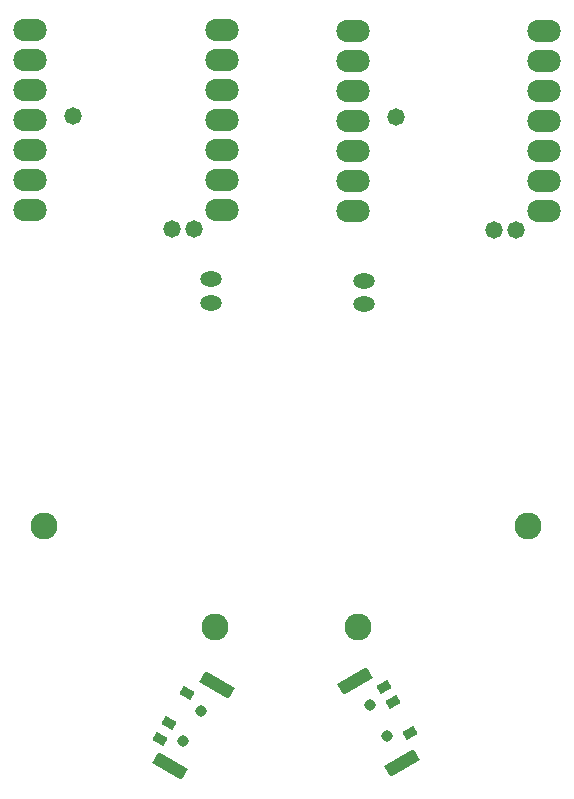
<source format=gbr>
%TF.GenerationSoftware,KiCad,Pcbnew,8.0.7*%
%TF.CreationDate,2025-01-01T00:44:28+01:00*%
%TF.ProjectId,corne-xiao,636f726e-652d-4786-9961-6f2e6b696361,1.1*%
%TF.SameCoordinates,Original*%
%TF.FileFunction,Soldermask,Bot*%
%TF.FilePolarity,Negative*%
%FSLAX46Y46*%
G04 Gerber Fmt 4.6, Leading zero omitted, Abs format (unit mm)*
G04 Created by KiCad (PCBNEW 8.0.7) date 2025-01-01 00:44:28*
%MOMM*%
%LPD*%
G01*
G04 APERTURE LIST*
G04 Aperture macros list*
%AMRoundRect*
0 Rectangle with rounded corners*
0 $1 Rounding radius*
0 $2 $3 $4 $5 $6 $7 $8 $9 X,Y pos of 4 corners*
0 Add a 4 corners polygon primitive as box body*
4,1,4,$2,$3,$4,$5,$6,$7,$8,$9,$2,$3,0*
0 Add four circle primitives for the rounded corners*
1,1,$1+$1,$2,$3*
1,1,$1+$1,$4,$5*
1,1,$1+$1,$6,$7*
1,1,$1+$1,$8,$9*
0 Add four rect primitives between the rounded corners*
20,1,$1+$1,$2,$3,$4,$5,0*
20,1,$1+$1,$4,$5,$6,$7,0*
20,1,$1+$1,$6,$7,$8,$9,0*
20,1,$1+$1,$8,$9,$2,$3,0*%
G04 Aperture macros list end*
%ADD10O,2.826000X1.876000*%
%ADD11C,1.473000*%
%ADD12C,0.976000*%
%ADD13RoundRect,0.038000X0.258013X-0.553109X0.608013X0.053109X-0.258013X0.553109X-0.608013X-0.053109X0*%
%ADD14RoundRect,0.038000X1.462436X-0.266987X-0.962436X1.133013X-1.462436X0.266987X0.962436X-1.133013X0*%
%ADD15C,2.276000*%
%ADD16O,1.826000X1.276000*%
%ADD17RoundRect,0.038000X-0.608013X0.053109X-0.258013X-0.553109X0.608013X-0.053109X0.258013X0.553109X0*%
%ADD18RoundRect,0.038000X-0.962436X-1.133013X1.462436X0.266987X0.962436X1.133013X-1.462436X-0.266987X0*%
G04 APERTURE END LIST*
D10*
%TO.C,U1*%
X-38875200Y62673000D03*
X-38875200Y60133000D03*
X-38875200Y57593000D03*
X-38875200Y55053000D03*
X-38875200Y52513000D03*
X-38875200Y49973000D03*
X-38875200Y47433000D03*
X-22685200Y47433000D03*
X-22685200Y49973000D03*
X-22685200Y52513000D03*
X-22685200Y55053000D03*
X-22685200Y57593000D03*
X-22685200Y60133000D03*
X-22685200Y62673000D03*
D11*
X-35225200Y55370000D03*
X-26919400Y45807400D03*
X-25014400Y45807400D03*
%TD*%
D10*
%TO.C,U2*%
X-11580200Y62593000D03*
X-11580200Y60053000D03*
X-11580200Y57513000D03*
X-11580200Y54973000D03*
X-11580200Y52433000D03*
X-11580200Y49893000D03*
X-11580200Y47353000D03*
X4609800Y47353000D03*
X4609800Y49893000D03*
X4609800Y52433000D03*
X4609800Y54973000D03*
X4609800Y57513000D03*
X4609800Y60053000D03*
X4609800Y62593000D03*
D11*
X-7930200Y55290000D03*
X375600Y45727400D03*
X2280600Y45727400D03*
%TD*%
D12*
%TO.C,PSW1*%
X-24408634Y4971633D03*
X-25951936Y2398557D03*
D13*
X-25635781Y6546152D03*
X-27135781Y3948076D03*
X-27885781Y2649038D03*
D14*
X-27040333Y313397D03*
X-23065333Y7198299D03*
%TD*%
D15*
%TO.C,H7*%
X-23250600Y12105000D03*
%TD*%
%TO.C,H13*%
X3298400Y20616000D03*
%TD*%
D16*
%TO.C,B2*%
X-10604500Y39410000D03*
X-10604500Y41410000D03*
%TD*%
%TO.C,B1*%
X-23614500Y41550000D03*
X-23614500Y39550000D03*
%TD*%
D15*
%TO.C,H14*%
X-11133600Y12095000D03*
%TD*%
D12*
%TO.C,PSW2*%
X-8670366Y2878367D03*
X-10127064Y5501443D03*
D17*
X-6693219Y3153848D03*
X-8193219Y5751924D03*
X-8943219Y7050962D03*
D18*
X-11388667Y7486603D03*
X-7413667Y601701D03*
%TD*%
D15*
%TO.C,H6*%
X-37682600Y20626000D03*
%TD*%
M02*

</source>
